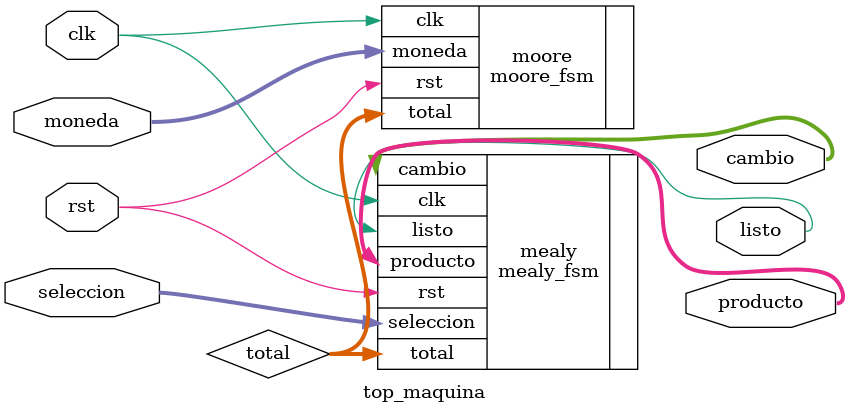
<source format=v>
`timescale 1ns / 1ps

module top_maquina (
    input wire clk,
    input wire rst,
    input wire [1:0] moneda,
    input wire [1:0] seleccion,
    output wire [1:0] producto,
    output wire listo,
    output wire [1:0] cambio
);

    wire [3:0] total;

    moore_fsm moore (
        .clk(clk),
        .rst(rst),
        .moneda(moneda),
        .total(total)
    );

    mealy_fsm mealy (
        .clk(clk),
        .rst(rst),
        .total(total),
        .seleccion(seleccion),
        .producto(producto),
        .listo(listo),
        .cambio(cambio)
    );

endmodule


</source>
